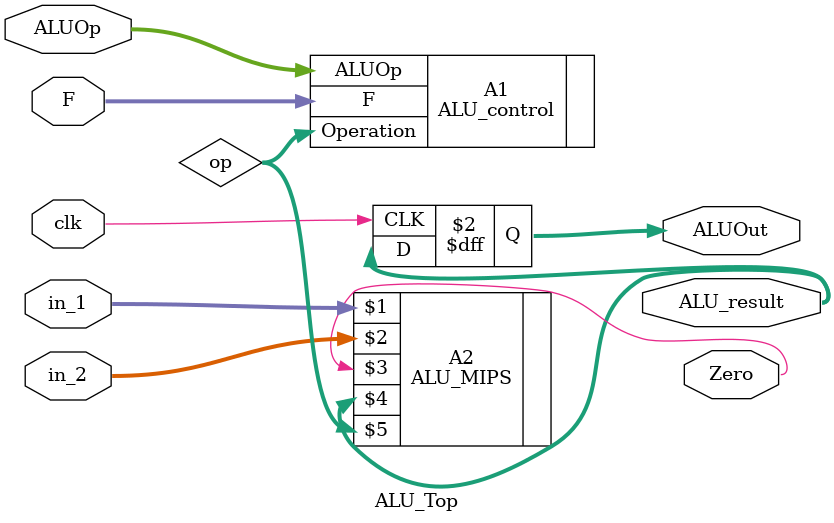
<source format=v>


module ALU_Top(clk, ALUOp, F, in_1,in_2, ALUOut, ALU_result, Zero);
input [5:0] F;
input clk;
input [1:0] ALUOp;
input [31:0] in_1, in_2;
output Zero;
output reg [31:0] ALUOut;

output [31:0] ALU_result;
wire [3:0] op;

always @ (posedge clk) begin
    ALUOut <= ALU_result;
end

ALU_control A1 (.ALUOp(ALUOp), .F(F), .Operation(op));
ALU_MIPS A2 (in_1,in_2, Zero, ALU_result,op);

endmodule

</source>
